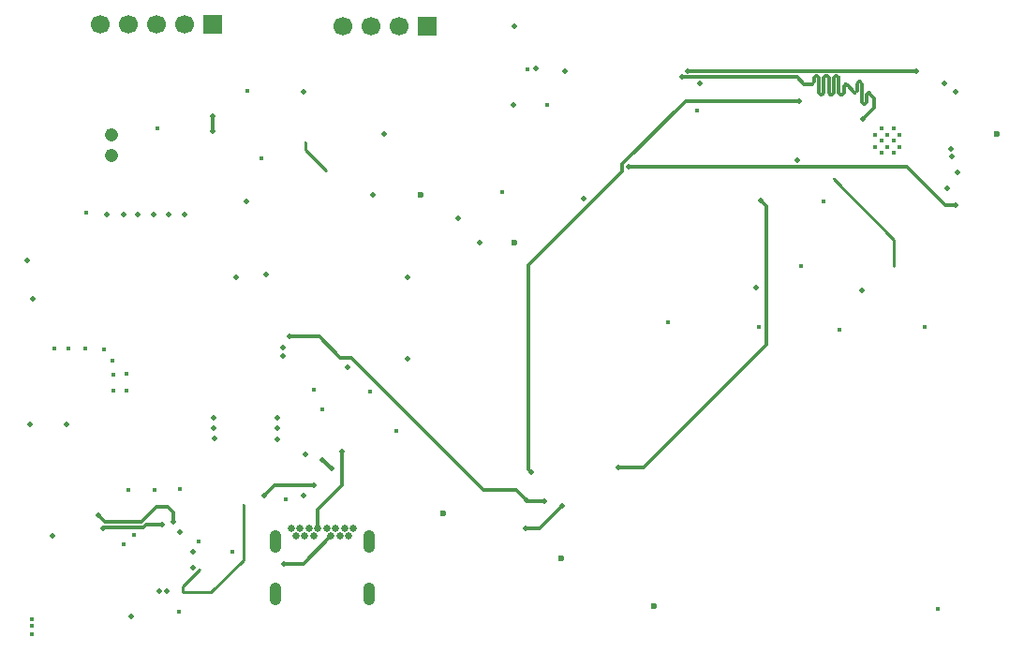
<source format=gbl>
%TF.GenerationSoftware,KiCad,Pcbnew,9.0.4*%
%TF.CreationDate,2025-12-28T12:05:50+05:30*%
%TF.ProjectId,ESP-32 C3 demo project004,4553502d-3332-4204-9333-2064656d6f20,rev?*%
%TF.SameCoordinates,Original*%
%TF.FileFunction,Copper,L4,Bot*%
%TF.FilePolarity,Positive*%
%FSLAX45Y45*%
G04 Gerber Fmt 4.5, Leading zero omitted, Abs format (unit mm)*
G04 Created by KiCad (PCBNEW 9.0.4) date 2025-12-28 12:05:50*
%MOMM*%
%LPD*%
G01*
G04 APERTURE LIST*
%TA.AperFunction,ComponentPad*%
%ADD10C,1.208000*%
%TD*%
%TA.AperFunction,ComponentPad*%
%ADD11R,1.700000X1.700000*%
%TD*%
%TA.AperFunction,ComponentPad*%
%ADD12C,1.700000*%
%TD*%
%TA.AperFunction,ComponentPad*%
%ADD13C,0.650000*%
%TD*%
%TA.AperFunction,ComponentPad*%
%ADD14O,1.050000X2.100000*%
%TD*%
%TA.AperFunction,ComponentPad*%
%ADD15C,0.400000*%
%TD*%
%TA.AperFunction,ViaPad*%
%ADD16C,0.600000*%
%TD*%
%TA.AperFunction,ViaPad*%
%ADD17C,0.450000*%
%TD*%
%TA.AperFunction,ViaPad*%
%ADD18C,0.500000*%
%TD*%
%TA.AperFunction,ViaPad*%
%ADD19C,0.300000*%
%TD*%
%TA.AperFunction,Conductor*%
%ADD20C,0.300000*%
%TD*%
%TA.AperFunction,Conductor*%
%ADD21C,0.250000*%
%TD*%
G04 APERTURE END LIST*
D10*
%TO.P,MK1,GND*%
%TO.N,GND*%
X15263800Y-5454900D03*
%TO.P,MK1,OUT*%
%TO.N,Net-(C17-Pad2)*%
X15263800Y-5644900D03*
%TD*%
D11*
%TO.P,J4,1,Pin_1*%
%TO.N,+3.3V*%
X18121000Y-4472000D03*
D12*
%TO.P,J4,2,Pin_2*%
%TO.N,/ESP32-C3-02/SDA*%
X17867000Y-4472000D03*
%TO.P,J4,3,Pin_3*%
%TO.N,/ESP32-C3-02/SCL*%
X17613000Y-4472000D03*
%TO.P,J4,4,Pin_4*%
%TO.N,GND*%
X17359000Y-4472000D03*
%TD*%
D11*
%TO.P,J5,1,Pin_1*%
%TO.N,+3.3V*%
X16184000Y-4458000D03*
D12*
%TO.P,J5,2,Pin_2*%
%TO.N,/ESP32-C3-02/GPIO8*%
X15930000Y-4458000D03*
%TO.P,J5,3,Pin_3*%
%TO.N,/ESP32-C3-02/GPIO18*%
X15676000Y-4458000D03*
%TO.P,J5,4,Pin_4*%
%TO.N,/ESP32-C3-02/GPIO19*%
X15422000Y-4458000D03*
%TO.P,J5,5,Pin_5*%
%TO.N,GND*%
X15168000Y-4458000D03*
%TD*%
D13*
%TO.P,J1,B1,GNDB1*%
%TO.N,GND*%
X17450400Y-9013200D03*
%TO.P,J1,B2,SSTXP2*%
%TO.N,unconnected-(J1-SSTXP2-PadB2)*%
X17410400Y-9084200D03*
%TO.P,J1,B3,SSTXN2*%
%TO.N,unconnected-(J1-SSTXN2-PadB3)*%
X17330400Y-9084200D03*
%TO.P,J1,B4,VBUSB1*%
%TO.N,/VBUS*%
X17290400Y-9013200D03*
%TO.P,J1,B5,CC2*%
%TO.N,Net-(J1-CC2)*%
X17250400Y-9084200D03*
%TO.P,J1,B6,DP2*%
%TO.N,/USB_DP*%
X17210400Y-9013200D03*
%TO.P,J1,B7,DN2*%
%TO.N,/USB_DN*%
X17130400Y-9013200D03*
%TO.P,J1,B8,SBU2*%
%TO.N,unconnected-(J1-SBU2-PadB8)*%
X17090400Y-9084200D03*
%TO.P,J1,B9,VBUSB2*%
%TO.N,/VBUS*%
X17050400Y-9013200D03*
%TO.P,J1,B10,SSRXN1*%
%TO.N,unconnected-(J1-SSRXN1-PadB10)*%
X17010400Y-9084200D03*
%TO.P,J1,B11,SSRXP1*%
%TO.N,unconnected-(J1-SSRXP1-PadB11)*%
X16930400Y-9084200D03*
%TO.P,J1,B12,GNDB2*%
%TO.N,GND*%
X16890400Y-9013200D03*
%TO.P,J1,G1,GND/SHIELD*%
X17370400Y-9013200D03*
%TO.P,J1,G2,GND/SHIELD*%
X16970400Y-9013200D03*
D14*
%TO.P,J1,S1,GND/SHIELD*%
X16743400Y-9128200D03*
%TO.P,J1,S2,GND/SHIELD*%
X17597400Y-9128200D03*
%TO.P,J1,S3,GND/SHIELD*%
X16743400Y-9601200D03*
%TO.P,J1,S4,GND/SHIELD*%
X17597400Y-9601200D03*
%TD*%
D15*
%TO.P,U3,28,GND*%
%TO.N,GND*%
X22221000Y-5399050D03*
%TO.P,U3,29,GND*%
X22331000Y-5399050D03*
%TO.P,U3,30,GND*%
X22166000Y-5454050D03*
%TO.P,U3,31,GND*%
X22276000Y-5454050D03*
%TO.P,U3,32,GND*%
X22386000Y-5454050D03*
%TO.P,U3,33,GND*%
X22221000Y-5509050D03*
%TO.P,U3,34,GND*%
X22331000Y-5509050D03*
%TO.P,U3,35,GND*%
X22166000Y-5564050D03*
%TO.P,U3,36,GND*%
X22276000Y-5564050D03*
%TO.P,U3,37,GND*%
X22386000Y-5564050D03*
%TO.P,U3,38,GND*%
X22221000Y-5619050D03*
%TO.P,U3,39,GND*%
X22331000Y-5619050D03*
%TD*%
D16*
%TO.N,GND*%
X23266400Y-5448300D03*
D17*
X15036800Y-6159500D03*
X21704300Y-6056900D03*
D16*
X18059400Y-5994400D03*
D17*
X14747000Y-7384000D03*
X21120100Y-7188200D03*
X18796000Y-5969000D03*
D16*
X18910300Y-6426200D03*
D17*
X15887700Y-8656750D03*
X14877000Y-7386000D03*
X16840200Y-8750300D03*
X22618700Y-7188200D03*
X21844000Y-7213600D03*
X16497300Y-5054600D03*
X14545000Y-9831000D03*
X20561300Y-5232400D03*
X15281000Y-7620000D03*
X19202400Y-5181600D03*
X15400000Y-7770000D03*
X16624300Y-5664200D03*
X15684500Y-5397500D03*
X15470000Y-9071000D03*
X14544000Y-9967000D03*
X15276000Y-7496000D03*
X15659100Y-8663750D03*
X15417800Y-8663750D03*
X20294600Y-7150100D03*
X17170172Y-7935985D03*
X17602200Y-7772400D03*
X22733000Y-9740900D03*
X15029000Y-7384000D03*
X17092900Y-7759700D03*
X14545000Y-9897000D03*
X21501100Y-6642050D03*
X15281000Y-7770000D03*
D16*
X19329400Y-9283700D03*
D17*
X15875000Y-9766300D03*
X16052800Y-9131300D03*
X17843500Y-8128000D03*
X15400000Y-7618000D03*
X16357600Y-9220200D03*
X15201900Y-7391400D03*
D16*
X20167600Y-9715500D03*
D17*
X19024600Y-4864100D03*
X15379700Y-9156700D03*
D18*
%TO.N,/VBUS*%
X16767100Y-8013700D03*
X17170400Y-8394700D03*
X17250954Y-8471454D03*
X16767100Y-8204200D03*
X17005300Y-8712200D03*
X16767100Y-8102600D03*
%TO.N,+3.3V*%
X18910300Y-4470400D03*
X17399000Y-7556500D03*
X17945100Y-7480300D03*
X14503400Y-6591300D03*
X15506700Y-6172200D03*
D16*
X18262600Y-8877300D03*
D18*
X15646400Y-6172200D03*
X15925800Y-6172200D03*
X14554200Y-6934200D03*
X15786100Y-6172200D03*
X18592800Y-6426200D03*
X16662400Y-6718300D03*
X22047200Y-6858000D03*
X16395700Y-6743700D03*
X15379700Y-6172200D03*
X19100800Y-4851400D03*
X16484600Y-6057900D03*
X17945100Y-6743700D03*
X21094700Y-6832600D03*
X18897600Y-5181600D03*
X20586700Y-4991800D03*
X17005300Y-5067300D03*
X15227300Y-6172200D03*
X19532600Y-6032500D03*
X19367500Y-4876800D03*
%TO.N,/+5V_USB*%
X14859000Y-8072000D03*
X16192700Y-8203600D03*
X15443200Y-9804400D03*
X16189700Y-8014600D03*
X15762200Y-9575800D03*
X14528800Y-8072000D03*
X15697200Y-9575800D03*
X16190700Y-8107600D03*
X16002000Y-9366400D03*
X16002000Y-9226400D03*
%TO.N,/ESP32-C3-02/MIC_OUT*%
X22796500Y-4991100D03*
X17729200Y-5448300D03*
%TO.N,/ESP32-C3-02/BOOT*%
X19846100Y-8463900D03*
X21132800Y-6045200D03*
%TO.N,/ESP32-C3-02/EN*%
X21481741Y-5150159D03*
X19058700Y-8502000D03*
%TO.N,/ESP32-C3-02/SDA*%
X22059900Y-5316125D03*
X20420400Y-4931800D03*
%TO.N,/ESP32-C3-02/SCL*%
X22542500Y-4876800D03*
X20472400Y-4876800D03*
%TO.N,/ESP32-C3-02/GPIO19*%
X22853626Y-5581388D03*
%TO.N,/ESP32-C3-02/GPIO18*%
X22860000Y-5651500D03*
%TO.N,/ESP32-C3-02/GPIO8*%
X21463000Y-5685400D03*
%TO.N,/ESP32-C3-02/RTS*%
X19016400Y-8756000D03*
X19173000Y-8768700D03*
X16878300Y-7277100D03*
%TO.N,/ESP32-C3-02/DTR*%
X19011400Y-9010000D03*
X19338100Y-8806800D03*
%TO.N,Net-(J1-CC2)*%
X16827500Y-9334500D03*
%TO.N,Net-(J1-CC1)*%
X17090000Y-8623147D03*
X16649700Y-8712200D03*
%TO.N,/CHARGING_POWER_GOOD*%
X15824226Y-8953118D03*
X15149491Y-8891609D03*
%TO.N,/CHARGED*%
X15722600Y-8978900D03*
X15192700Y-9012481D03*
%TO.N,/CHARGING*%
X15887700Y-9042400D03*
X14732000Y-9080500D03*
D19*
%TO.N,/ESP32-C3-02/CS_SD*%
X22339300Y-6642100D03*
X21793200Y-5854700D03*
D18*
%TO.N,/ESP32-C3-02/PHOTO_C*%
X18402300Y-6210300D03*
X22898100Y-5067300D03*
X17627600Y-5994400D03*
%TO.N,/ESP32-C3-02/CS*%
X22898100Y-6089050D03*
X19939000Y-5740400D03*
%TO.N,/USB_DP*%
X17018000Y-8343900D03*
%TO.N,/USB_DN*%
X17348200Y-8318500D03*
%TO.N,/ESP32-C3-02/RX_TX*%
X22910800Y-5791200D03*
X16814800Y-7378700D03*
%TO.N,/ESP32-C3-02/TX_RX*%
X16814800Y-7451800D03*
X22820140Y-5941840D03*
%TO.N,Net-(C19-Pad2)*%
X16179800Y-5290900D03*
X16179800Y-5422900D03*
D19*
%TO.N,Net-(U1-OUT)*%
X16459200Y-8801100D03*
X15913100Y-9588500D03*
X16065500Y-9385300D03*
%TO.N,Net-(R17-Pad3)*%
X17208500Y-5778500D03*
X17018000Y-5524500D03*
%TD*%
D20*
%TO.N,/VBUS*%
X17170400Y-8394700D02*
X17174200Y-8394700D01*
X17174200Y-8394700D02*
X17250954Y-8471454D01*
%TO.N,/ESP32-C3-02/BOOT*%
X21183600Y-7353300D02*
X20073000Y-8463900D01*
X21183600Y-7353300D02*
X21183600Y-6096000D01*
X21183600Y-6096000D02*
X21132800Y-6045200D01*
X20073000Y-8463900D02*
X19846100Y-8463900D01*
%TO.N,/ESP32-C3-02/EN*%
X19883900Y-5717577D02*
X20451318Y-5150159D01*
X19883900Y-5782800D02*
X19883900Y-5717577D01*
X19037300Y-8480600D02*
X19058700Y-8502000D01*
X19037300Y-6629400D02*
X19883900Y-5782800D01*
X19037300Y-6629400D02*
X19037300Y-8480600D01*
X20451318Y-5150159D02*
X21481741Y-5150159D01*
%TO.N,/ESP32-C3-02/SDA*%
X22046700Y-5060388D02*
X22046700Y-5096388D01*
X21658250Y-4977938D02*
X21658250Y-4938938D01*
X21658250Y-4995938D02*
X21658250Y-4977938D01*
X22001700Y-5060388D02*
X22001700Y-4995388D01*
X21924557Y-5019245D02*
X21901250Y-4995938D01*
X21838250Y-5013938D02*
X21838250Y-4995938D01*
X21703250Y-4938938D02*
X21703250Y-4995938D01*
X21883250Y-5013938D02*
X21883250Y-5077938D01*
X22161500Y-5122800D02*
X22161500Y-5214525D01*
X22091700Y-5161388D02*
X22091700Y-5096388D01*
X21820250Y-4920938D02*
X21811250Y-4920938D01*
X21586250Y-4995938D02*
X21526500Y-4995938D01*
X22019700Y-4977388D02*
X22028700Y-4977388D01*
X22046700Y-4995388D02*
X22046700Y-5060388D01*
X21775250Y-5095938D02*
X21766250Y-5095938D01*
X22161500Y-5214525D02*
X22059900Y-5316125D01*
X21924557Y-5019245D02*
X21959912Y-5054600D01*
X21703250Y-4995938D02*
X21703250Y-5077938D01*
X22046700Y-5096388D02*
X22046700Y-5161388D01*
X21460750Y-4931800D02*
X20420400Y-4931800D01*
X21595250Y-4995938D02*
X21586250Y-4995938D01*
X21748250Y-5077938D02*
X21748250Y-4995938D01*
X21640250Y-4920938D02*
X21631250Y-4920938D01*
X22064700Y-5179388D02*
X22073700Y-5179388D01*
X21793250Y-4995938D02*
X21793250Y-5077938D01*
X21685250Y-5095938D02*
X21676250Y-5095938D01*
X22118700Y-5080000D02*
X22161500Y-5122800D01*
X22109700Y-5078388D02*
X22118700Y-5078388D01*
X21730250Y-4920938D02*
X21721250Y-4920938D01*
X21613250Y-4938938D02*
X21613250Y-4977938D01*
X21865250Y-5095938D02*
X21856250Y-5095938D01*
X21748250Y-4995938D02*
X21748250Y-4938938D01*
X21658250Y-5077938D02*
X21658250Y-4995938D01*
X21526500Y-4997550D02*
X21460750Y-4931800D01*
X21983700Y-5078388D02*
X21959913Y-5054600D01*
X21838250Y-5077938D02*
X21838250Y-5013938D01*
X21838250Y-4995938D02*
X21838250Y-4938938D01*
X21793250Y-4938938D02*
X21793250Y-4995938D01*
X21959913Y-5054600D02*
X21959912Y-5054600D01*
X21676250Y-5095938D02*
G75*
G02*
X21658253Y-5077938I0J17998D01*
G01*
X21748250Y-4938938D02*
G75*
G03*
X21730250Y-4920940I-18000J-3D01*
G01*
X22073700Y-5179388D02*
G75*
G03*
X22091698Y-5161388I0J17998D01*
G01*
X21983700Y-5078388D02*
G75*
G03*
X22001698Y-5060388I0J17998D01*
G01*
X21793250Y-5077938D02*
G75*
G02*
X21775250Y-5095940I-18000J-3D01*
G01*
X21811250Y-4920938D02*
G75*
G03*
X21793248Y-4938938I0J-18003D01*
G01*
X21766250Y-5095938D02*
G75*
G02*
X21748253Y-5077938I0J17998D01*
G01*
X22001700Y-4995388D02*
G75*
G02*
X22019700Y-4977390I18000J-3D01*
G01*
X21631250Y-4920938D02*
G75*
G03*
X21613248Y-4938938I0J-18003D01*
G01*
X22091700Y-5096388D02*
G75*
G02*
X22109700Y-5078390I18000J-3D01*
G01*
X21613250Y-4977938D02*
G75*
G02*
X21595250Y-4995940I-18000J-3D01*
G01*
X21856250Y-5095938D02*
G75*
G02*
X21838253Y-5077938I0J17998D01*
G01*
X22028700Y-4977388D02*
G75*
G02*
X22046703Y-4995388I0J-18003D01*
G01*
X21658250Y-4938938D02*
G75*
G03*
X21640250Y-4920940I-18000J-3D01*
G01*
X21703250Y-5077938D02*
G75*
G02*
X21685250Y-5095940I-18000J-3D01*
G01*
X21883250Y-5077938D02*
G75*
G02*
X21865250Y-5095940I-18000J-3D01*
G01*
X22046700Y-5161388D02*
G75*
G03*
X22064700Y-5179390I18000J-3D01*
G01*
X21901250Y-4995938D02*
G75*
G03*
X21883248Y-5013938I0J-18003D01*
G01*
X21721250Y-4920938D02*
G75*
G03*
X21703248Y-4938938I0J-18003D01*
G01*
X21838250Y-4938938D02*
G75*
G03*
X21820250Y-4920940I-18000J-3D01*
G01*
%TO.N,/ESP32-C3-02/SCL*%
X20472400Y-4876800D02*
X22542500Y-4876800D01*
%TO.N,/ESP32-C3-02/RTS*%
X17145000Y-7277100D02*
X17335500Y-7467600D01*
X19016400Y-8756000D02*
X19029100Y-8768700D01*
X16878300Y-7277100D02*
X17145000Y-7277100D01*
X17335500Y-7467600D02*
X17437100Y-7467600D01*
X19029100Y-8768700D02*
X19185700Y-8768700D01*
X18921800Y-8661400D02*
X19016400Y-8756000D01*
X18630900Y-8661400D02*
X18921800Y-8661400D01*
X17437100Y-7467600D02*
X18630900Y-8661400D01*
X19185700Y-8768700D02*
X19173000Y-8768700D01*
%TO.N,/ESP32-C3-02/DTR*%
X19338100Y-8806800D02*
X19134900Y-9010000D01*
X19134900Y-9010000D02*
X19011400Y-9010000D01*
%TO.N,Net-(J1-CC2)*%
X17000100Y-9334500D02*
X17250400Y-9084200D01*
X16827500Y-9334500D02*
X17000100Y-9334500D01*
%TO.N,Net-(J1-CC1)*%
X16738753Y-8623147D02*
X16649700Y-8712200D01*
X17090000Y-8623147D02*
X16738753Y-8623147D01*
%TO.N,/CHARGING_POWER_GOOD*%
X15210264Y-8952381D02*
X15533219Y-8952381D01*
X15671800Y-8813800D02*
X15773400Y-8813800D01*
X15149491Y-8891609D02*
X15210264Y-8952381D01*
X15824200Y-8864600D02*
X15824200Y-8953093D01*
X15773400Y-8813800D02*
X15824200Y-8864600D01*
X15533219Y-8952381D02*
X15671800Y-8813800D01*
X15824200Y-8953093D02*
X15824226Y-8953118D01*
%TO.N,/CHARGED*%
X15202700Y-9002481D02*
X15192700Y-9012481D01*
X15577552Y-8978900D02*
X15553971Y-9002481D01*
X15722600Y-8978900D02*
X15577552Y-8978900D01*
X15553971Y-9002481D02*
X15202700Y-9002481D01*
D21*
%TO.N,/ESP32-C3-02/CS_SD*%
X22339300Y-6400800D02*
X22339300Y-6642100D01*
X21793200Y-5854700D02*
X22339300Y-6400800D01*
D20*
%TO.N,/ESP32-C3-02/CS*%
X22898100Y-6089050D02*
X22802250Y-6089050D01*
X22802250Y-6089050D02*
X22453600Y-5740400D01*
X22453600Y-5740400D02*
X19939000Y-5740400D01*
%TO.N,/USB_DN*%
X17132300Y-8839200D02*
X17348200Y-8623300D01*
X17130400Y-8841100D02*
X17132300Y-8839200D01*
X17130400Y-9013200D02*
X17130400Y-8841100D01*
X17348200Y-8623300D02*
X17348200Y-8318500D01*
%TO.N,Net-(C19-Pad2)*%
X16179800Y-5422900D02*
X16179800Y-5290900D01*
D21*
%TO.N,Net-(U1-OUT)*%
X16167100Y-9588500D02*
X15913100Y-9588500D01*
X15913100Y-9537700D02*
X15913100Y-9588500D01*
X16459200Y-8801100D02*
X16459200Y-9296400D01*
X16459200Y-9296400D02*
X16167100Y-9588500D01*
X16065500Y-9385300D02*
X15913100Y-9537700D01*
%TO.N,Net-(R17-Pad3)*%
X17018000Y-5588000D02*
X17018000Y-5524500D01*
X17208500Y-5778500D02*
X17018000Y-5588000D01*
%TD*%
M02*

</source>
